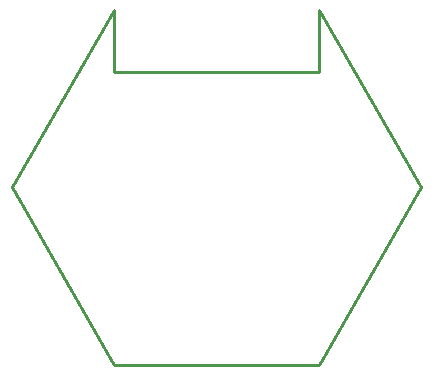
<source format=gbr>
G04 EAGLE Gerber RS-274X export*
G75*
%MOMM*%
%FSLAX34Y34*%
%LPD*%
%IN*%
%IPPOS*%
%AMOC8*
5,1,8,0,0,1.08239X$1,22.5*%
G01*
%ADD10C,0.254000*%


D10*
X175950Y341088D02*
X262550Y191088D01*
X435750Y191088D01*
X522350Y341088D01*
X435750Y491088D01*
X435764Y440910D01*
X435764Y438878D01*
X262536Y438878D01*
X262536Y489678D01*
X262550Y491088D01*
X175950Y341088D01*
M02*

</source>
